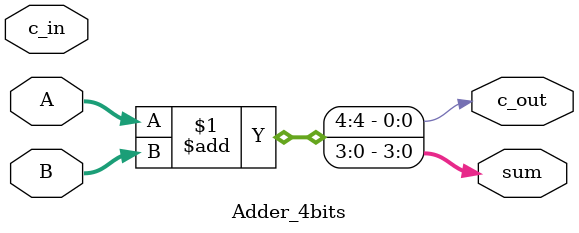
<source format=sv>
`timescale 1ns / 1ps


module Adder_4bits(
    input logic [3:0] A, 
    input logic [3:0] B, 
    input logic c_in, 
    output logic c_out, 
    output logic [3:0] sum
    );
    
    assign {c_out ,sum} = A + B; 
    
    
endmodule

</source>
